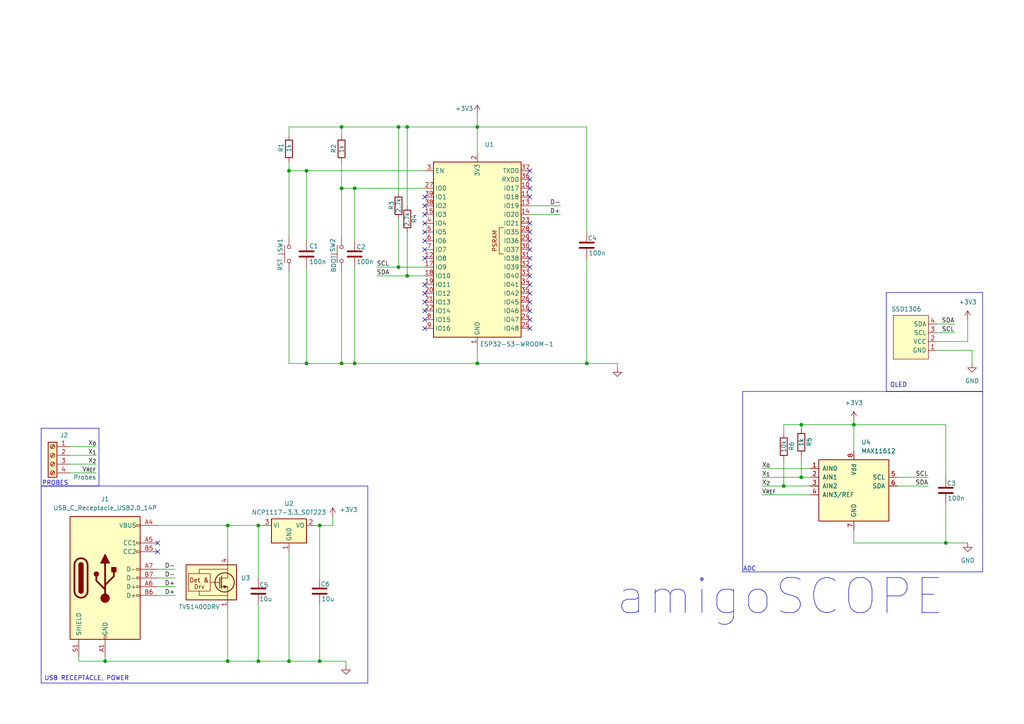
<source format=kicad_sch>
(kicad_sch (version 20250114) (generator "eeschema") (generator_version "9.0")
  (paper "A4")
  (lib_symbols
    (symbol "Analog_ADC:MAX11612" (pin_names (offset 1.016))
      (property "Reference" "U" (at 11.43 -3.81 0))
      (property "Value" "MAX11612" (at 11.43 -6.35 0))
      (symbol "MAX11612_0_1"
        (rectangle (start -10.16 7.62) (end 10.16 -10.16) (stroke (width 0.254)) (fill (type background)))
      )
      (symbol "MAX11612_1_1"
        (pin input line (at -12.7 5.08 0) (length 2.54) (name "AIN0") (number "1"))
        (pin input line (at -12.7 2.54 0) (length 2.54) (name "AIN1") (number "2"))
        (pin input line (at -12.7 0 0) (length 2.54) (name "AIN2") (number "3"))
        (pin input line (at -12.7 -2.54 0) (length 2.54) (name "AIN3/REF") (number "4"))
        (pin power_in line (at 0 10.16 270) (length 2.54) (name "Vdd") (number "8"))
        (pin power_in line (at 0 -12.7 90) (length 2.54) (name "GND") (number "7"))
        (pin input line (at 12.7 2.54 180) (length 2.54) (name "SCL") (number "5"))
        (pin bidirectional line (at 12.7 0 180) (length 2.54) (name "SDA") (number "6"))
      )
    )
    (symbol "Connector:Screw_Terminal_01x04" (pin_names (offset 1.016) (hide yes))
      (property "Reference" "J" (at 0 5.08 0))
      (property "Value" "Screw_Terminal_01x04" (at 0 -7.62 0))
      (symbol "Screw_Terminal_01x04_1_1"
        (rectangle (start -1.27 3.81) (end 1.27 -6.35) (stroke (width 0.254)) (fill (type background)))
        (polyline (pts (xy -0.5334 2.8702) (xy 0.3302 2.032)) (stroke (width 0.1524)))
        (polyline (pts (xy -0.5334 0.3302) (xy 0.3302 -0.508)) (stroke (width 0.1524)))
        (polyline (pts (xy -0.5334 -2.2098) (xy 0.3302 -3.048)) (stroke (width 0.1524)))
        (polyline (pts (xy -0.5334 -4.7498) (xy 0.3302 -5.588)) (stroke (width 0.1524)))
        (polyline (pts (xy -0.3556 3.048) (xy 0.508 2.2098)) (stroke (width 0.1524)))
        (polyline (pts (xy -0.3556 0.508) (xy 0.508 -0.3302)) (stroke (width 0.1524)))
        (polyline (pts (xy -0.3556 -2.032) (xy 0.508 -2.8702)) (stroke (width 0.1524)))
        (polyline (pts (xy -0.3556 -4.572) (xy 0.508 -5.4102)) (stroke (width 0.1524)))
        (circle (center 0 2.54) (radius 0.635) (stroke (width 0.1524)))
        (circle (center 0 0) (radius 0.635) (stroke (width 0.1524)))
        (circle (center 0 -2.54) (radius 0.635) (stroke (width 0.1524)))
        (circle (center 0 -5.08) (radius 0.635) (stroke (width 0.1524)))
        (pin passive line (at -5.08 2.54 0) (length 3.81) (name "Pin_1") (number "1"))
        (pin passive line (at -5.08 0 0) (length 3.81) (name "Pin_2") (number "2"))
        (pin passive line (at -5.08 -2.54 0) (length 3.81) (name "Pin_3") (number "3"))
        (pin passive line (at -5.08 -5.08 0) (length 3.81) (name "Pin_4") (number "4"))
      )
    )
    (symbol "Connector:USB_C_Receptacle_USB2.0_14P" (pin_names (offset 1.016))
      (property "Reference" "J" (at 0 22.225 0))
      (property "Value" "USB_C_Receptacle_USB2.0_14P" (at 0 19.685 0))
      (symbol "USB_C_Receptacle_USB2.0_14P_0_0"
        (rectangle (start -0.254 -17.78) (end 0.254 -16.764))
        (rectangle (start 10.16 15.494) (end 9.144 14.986))
        (rectangle (start 10.16 10.414) (end 9.144 9.906))
        (rectangle (start 10.16 7.874) (end 9.144 7.366))
        (rectangle (start 10.16 2.794) (end 9.144 2.286))
        (rectangle (start 10.16 0.254) (end 9.144 -0.254))
        (rectangle (start 10.16 -2.286) (end 9.144 -2.794))
        (rectangle (start 10.16 -4.826) (end 9.144 -5.334))
      )
      (symbol "USB_C_Receptacle_USB2.0_14P_0_1"
        (rectangle (start -10.16 17.78) (end 10.16 -17.78) (stroke (width 0.254)) (fill (type background)))
        (polyline (pts (xy -8.89 -3.81) (xy -8.89 3.81)) (stroke (width 0.508)))
        (rectangle (start -7.62 -3.81) (end -6.35 3.81) (stroke (width 0.254)) (fill (type outline)))
        (arc (start -7.62 3.81) (mid -6.985 4.4423) (end -6.35 3.81) (stroke (width 0.254)))
        (arc (start -7.62 3.81) (mid -6.985 4.4423) (end -6.35 3.81) (stroke (width 0.254)) (fill (type outline)))
        (arc (start -8.89 3.81) (mid -6.985 5.7067) (end -5.08 3.81) (stroke (width 0.508)))
        (arc (start -5.08 -3.81) (mid -6.985 -5.7067) (end -8.89 -3.81) (stroke (width 0.508)))
        (arc (start -6.35 -3.81) (mid -6.985 -4.4423) (end -7.62 -3.81) (stroke (width 0.254)))
        (arc (start -6.35 -3.81) (mid -6.985 -4.4423) (end -7.62 -3.81) (stroke (width 0.254)) (fill (type outline)))
        (polyline (pts (xy -5.08 3.81) (xy -5.08 -3.81)) (stroke (width 0.508)))
        (circle (center -2.54 1.143) (radius 0.635) (stroke (width 0.254)) (fill (type outline)))
        (polyline (pts (xy -1.27 4.318) (xy 0 6.858) (xy 1.27 4.318) (xy -1.27 4.318)) (stroke (width 0.254)) (fill (type outline)))
        (polyline (pts (xy 0 -2.032) (xy 2.54 0.508) (xy 2.54 1.778)) (stroke (width 0.508)))
        (polyline (pts (xy 0 -3.302) (xy -2.54 -0.762) (xy -2.54 0.508)) (stroke (width 0.508)))
        (polyline (pts (xy 0 -5.842) (xy 0 4.318)) (stroke (width 0.508)))
        (circle (center 0 -5.842) (radius 1.27) (fill (type outline)))
        (rectangle (start 1.905 1.778) (end 3.175 3.048) (stroke (width 0.254)) (fill (type outline)))
      )
      (symbol "USB_C_Receptacle_USB2.0_14P_1_1"
        (pin passive line (at -7.62 -22.86 90) (length 5.08) (name "SHIELD") (number "S1"))
        (pin passive line (at 0 -22.86 90) (length 5.08) (name "GND") (number "A1"))
        (pin passive line (at 0 -22.86 90) (length 5.08) (hide yes) (name "GND") (number "A12"))
        (pin passive line (at 0 -22.86 90) (length 5.08) (hide yes) (name "GND") (number "B1"))
        (pin passive line (at 0 -22.86 90) (length 5.08) (hide yes) (name "GND") (number "B12"))
        (pin passive line (at 15.24 15.24 180) (length 5.08) (name "VBUS") (number "A4"))
        (pin passive line (at 15.24 15.24 180) (length 5.08) (hide yes) (name "VBUS") (number "A9"))
        (pin passive line (at 15.24 15.24 180) (length 5.08) (hide yes) (name "VBUS") (number "B4"))
        (pin passive line (at 15.24 15.24 180) (length 5.08) (hide yes) (name "VBUS") (number "B9"))
        (pin bidirectional line (at 15.24 10.16 180) (length 5.08) (name "CC1") (number "A5"))
        (pin bidirectional line (at 15.24 7.62 180) (length 5.08) (name "CC2") (number "B5"))
        (pin bidirectional line (at 15.24 2.54 180) (length 5.08) (name "D-") (number "A7"))
        (pin bidirectional line (at 15.24 0 180) (length 5.08) (name "D-") (number "B7"))
        (pin bidirectional line (at 15.24 -2.54 180) (length 5.08) (name "D+") (number "A6"))
        (pin bidirectional line (at 15.24 -5.08 180) (length 5.08) (name "D+") (number "B6"))
      )
    )
    (symbol "Device:C" (pin_numbers (hide yes)) (pin_names (offset 0.254))
      (property "Reference" "C" (at 0.635 2.54 0))
      (property "Value" "C" (at 0.635 -2.54 0))
      (symbol "C_0_1"
        (polyline (pts (xy -2.032 0.762) (xy 2.032 0.762)) (stroke (width 0.508)))
        (polyline (pts (xy -2.032 -0.762) (xy 2.032 -0.762)) (stroke (width 0.508)))
      )
      (symbol "C_1_1"
        (pin passive line (at 0 3.81 270) (length 2.794) (name "~") (number "1"))
        (pin passive line (at 0 -3.81 90) (length 2.794) (name "~") (number "2"))
      )
    )
    (symbol "Device:R" (pin_numbers (hide yes)) (pin_names (offset 0))
      (property "Reference" "R" (at 2.032 0 90))
      (property "Value" "R" (at 0 0 90))
      (symbol "R_0_1"
        (rectangle (start -1.016 -2.54) (end 1.016 2.54) (stroke (width 0.254)))
      )
      (symbol "R_1_1"
        (pin passive line (at 0 3.81 270) (length 1.27) (name "~") (number "1"))
        (pin passive line (at 0 -3.81 90) (length 1.27) (name "~") (number "2"))
      )
    )
    (symbol "OLED:OLED"
      (property "Reference" "SSD1306" (at -2.286 -4.064 0))
      (symbol "OLED_1_1"
        (rectangle (start -10.16 10.16) (end 0 -2.54) (fill (type background)))
        (pin power_in line (at 2.54 7.62 180) (length 2.54) (name "GND") (number "1"))
        (pin power_in line (at 2.54 5.08 180) (length 2.54) (name "VCC") (number "2"))
        (pin bidirectional line (at 2.54 2.54 180) (length 2.54) (name "SCL") (number "3"))
        (pin bidirectional line (at 2.54 0 180) (length 2.54) (name "SDA") (number "4"))
      )
    )
    (symbol "Power_Protection:TVS1400DRV" (pin_names (offset 0) (hide yes))
      (property "Reference" "U" (at 2.54 1.27 0))
      (property "Value" "TVS1400DRV" (at 2.54 -1.27 0))
      (symbol "TVS1400DRV_0_0"
        (rectangle (start -11.43 2.54) (end -5.08 -2.54))
        (polyline (pts (xy -8.255 2.54) (xy -8.255 3.81) (xy 0 3.81)))
        (polyline (pts (xy -8.255 -2.54) (xy -8.255 -3.81) (xy 0 -3.81)))
        (polyline (pts (xy 0 1.27) (xy -1.778 1.27)))
        (text "Det &" (at -8.255 0.635 0) (effects (font (size 1.27 1.27))))
        (text "Drv" (at -8.255 -1.27 0) (effects (font (size 1.27 1.27))))
      )
      (symbol "TVS1400DRV_0_1"
        (rectangle (start -12.065 5.08) (end 2.54 -5.08) (stroke (width 0.254)) (fill (type background)))
        (polyline (pts (xy -2.286 1.397) (xy -2.286 -1.524)) (stroke (width 0.254)))
        (polyline (pts (xy -2.286 0) (xy -5.08 0)))
        (polyline (pts (xy -1.778 1.778) (xy -1.778 -1.778)) (stroke (width 0.254)))
        (circle (center -0.889 0) (radius 2.794) (stroke (width 0.254)))
        (polyline (pts (xy -0.127 -1.27) (xy -1.143 -1.651) (xy -1.143 -0.889) (xy -0.127 -1.27)) (fill (type outline)))
        (polyline (pts (xy 0 5.08) (xy 0 2.54)))
        (polyline (pts (xy 0 2.54) (xy 0 1.27)))
        (polyline (pts (xy 0 -2.54) (xy 0 -5.08)))
        (polyline (pts (xy 0 -2.54) (xy 0 -1.27) (xy -1.778 -1.27)))
      )
      (symbol "TVS1400DRV_1_1"
        (pin passive line (at 0 7.62 270) (length 2.54) (name "IN") (number "4"))
        (pin passive line (at 0 7.62 270) (length 2.54) (hide yes) (name "IN") (number "5"))
        (pin passive line (at 0 7.62 270) (length 2.54) (hide yes) (name "IN") (number "6"))
        (pin power_in line (at 0 -7.62 90) (length 2.54) (name "GND") (number "1"))
        (pin passive line (at 0 -7.62 90) (length 2.54) (hide yes) (name "GND") (number "2"))
        (pin passive line (at 0 -7.62 90) (length 2.54) (hide yes) (name "GND") (number "3"))
        (pin passive line (at 0 -7.62 90) (length 2.54) (hide yes) (name "GND") (number "7"))
      )
    )
    (symbol "RF_Module:ESP32-S3-WROOM-1"
      (property "Reference" "U" (at -12.7 26.67 0))
      (property "Value" "ESP32-S3-WROOM-1" (at 12.7 26.67 0))
      (symbol "ESP32-S3-WROOM-1_0_0"
        (rectangle (start -12.7 25.4) (end 12.7 -25.4) (stroke (width 0.254)) (fill (type background)))
        (text "PSRAM" (at 5.08 2.54 900) (effects (font (size 1.27 1.27))))
      )
      (symbol "ESP32-S3-WROOM-1_0_1"
        (polyline (pts (xy 7.62 -1.27) (xy 6.35 -1.27) (xy 6.35 6.35) (xy 7.62 6.35)))
      )
      (symbol "ESP32-S3-WROOM-1_1_1"
        (pin input line (at -15.24 22.86 0) (length 2.54) (name "EN") (number "3"))
        (pin bidirectional line (at -15.24 17.78 0) (length 2.54) (name "IO0") (number "27"))
        (pin bidirectional line (at -15.24 15.24 0) (length 2.54) (name "IO1") (number "39"))
        (pin bidirectional line (at -15.24 12.7 0) (length 2.54) (name "IO2") (number "38"))
        (pin bidirectional line (at -15.24 10.16 0) (length 2.54) (name "IO3") (number "15"))
        (pin bidirectional line (at -15.24 7.62 0) (length 2.54) (name "IO4") (number "4"))
        (pin bidirectional line (at -15.24 5.08 0) (length 2.54) (name "IO5") (number "5"))
        (pin bidirectional line (at -15.24 2.54 0) (length 2.54) (name "IO6") (number "6"))
        (pin bidirectional line (at -15.24 0 0) (length 2.54) (name "IO7") (number "7"))
        (pin bidirectional line (at -15.24 -2.54 0) (length 2.54) (name "IO8") (number "12"))
        (pin bidirectional line (at -15.24 -5.08 0) (length 2.54) (name "IO9") (number "17"))
        (pin bidirectional line (at -15.24 -7.62 0) (length 2.54) (name "IO10") (number "18"))
        (pin bidirectional line (at -15.24 -10.16 0) (length 2.54) (name "IO11") (number "19"))
        (pin bidirectional line (at -15.24 -12.7 0) (length 2.54) (name "IO12") (number "20"))
        (pin bidirectional line (at -15.24 -15.24 0) (length 2.54) (name "IO13") (number "21"))
        (pin bidirectional line (at -15.24 -17.78 0) (length 2.54) (name "IO14") (number "22"))
        (pin bidirectional line (at -15.24 -20.32 0) (length 2.54) (name "IO15") (number "8"))
        (pin bidirectional line (at -15.24 -22.86 0) (length 2.54) (name "IO16") (number "9"))
        (pin power_in line (at 0 27.94 270) (length 2.54) (name "3V3") (number "2"))
        (pin power_in line (at 0 -27.94 90) (length 2.54) (name "GND") (number "1"))
        (pin passive line (at 0 -27.94 90) (length 2.54) (hide yes) (name "GND") (number "40"))
        (pin passive line (at 0 -27.94 90) (length 2.54) (hide yes) (name "GND") (number "41"))
        (pin bidirectional line (at 15.24 22.86 180) (length 2.54) (name "TXD0") (number "37"))
        (pin bidirectional line (at 15.24 20.32 180) (length 2.54) (name "RXD0") (number "36"))
        (pin bidirectional line (at 15.24 17.78 180) (length 2.54) (name "IO17") (number "10"))
        (pin bidirectional line (at 15.24 15.24 180) (length 2.54) (name "IO18") (number "11"))
        (pin bidirectional line (at 15.24 12.7 180) (length 2.54) (name "IO19") (number "13"))
        (pin bidirectional line (at 15.24 10.16 180) (length 2.54) (name "IO20") (number "14"))
        (pin bidirectional line (at 15.24 7.62 180) (length 2.54) (name "IO21") (number "23"))
        (pin bidirectional line (at 15.24 5.08 180) (length 2.54) (name "IO35") (number "28"))
        (pin bidirectional line (at 15.24 2.54 180) (length 2.54) (name "IO36") (number "29"))
        (pin bidirectional line (at 15.24 0 180) (length 2.54) (name "IO37") (number "30"))
        (pin bidirectional line (at 15.24 -2.54 180) (length 2.54) (name "IO38") (number "31"))
        (pin bidirectional line (at 15.24 -5.08 180) (length 2.54) (name "IO39") (number "32"))
        (pin bidirectional line (at 15.24 -7.62 180) (length 2.54) (name "IO40") (number "33"))
        (pin bidirectional line (at 15.24 -10.16 180) (length 2.54) (name "IO41") (number "34"))
        (pin bidirectional line (at 15.24 -12.7 180) (length 2.54) (name "IO42") (number "35"))
        (pin bidirectional line (at 15.24 -15.24 180) (length 2.54) (name "IO45") (number "26"))
        (pin bidirectional line (at 15.24 -17.78 180) (length 2.54) (name "IO46") (number "16"))
        (pin bidirectional line (at 15.24 -20.32 180) (length 2.54) (name "IO47") (number "24"))
        (pin bidirectional line (at 15.24 -22.86 180) (length 2.54) (name "IO48") (number "25"))
      )
    )
    (symbol "Regulator_Linear:NCP1117-3.3_SOT223"
      (property "Reference" "U" (at -3.81 3.175 0))
      (property "Value" "NCP1117-3.3_SOT223" (at 0 3.175 0))
      (symbol "NCP1117-3.3_SOT223_0_1"
        (rectangle (start -5.08 -5.08) (end 5.08 1.905) (stroke (width 0.254)) (fill (type background)))
      )
      (symbol "NCP1117-3.3_SOT223_1_1"
        (pin power_in line (at -7.62 0 0) (length 2.54) (name "VI") (number "3"))
        (pin power_in line (at 0 -7.62 90) (length 2.54) (name "GND") (number "1"))
        (pin power_out line (at 7.62 0 180) (length 2.54) (name "VO") (number "2"))
      )
    )
    (symbol "Switch:SW_Push" (pin_numbers (hide yes)) (pin_names (offset 1.016) (hide yes))
      (property "Reference" "SW" (at 1.27 2.54 0))
      (property "Value" "SW_Push" (at 0 -1.524 0))
      (symbol "SW_Push_0_1"
        (circle (center -2.032 0) (radius 0.508))
        (polyline (pts (xy 0 1.27) (xy 0 3.048)))
        (circle (center 2.032 0) (radius 0.508))
        (polyline (pts (xy 2.54 1.27) (xy -2.54 1.27)))
        (pin passive line (at -5.08 0 0) (length 2.54) (name "1") (number "1"))
        (pin passive line (at 5.08 0 180) (length 2.54) (name "2") (number "2"))
      )
    )
    (symbol "power:+3V3" (power) (pin_names (offset 0))
      (property "Value" "+3V3" (at 0 3.556 0))
      (symbol "+3V3_0_1"
        (polyline (pts (xy -0.762 1.27) (xy 0 2.54)))
        (polyline (pts (xy 0 2.54) (xy 0.762 1.27)))
        (polyline (pts (xy 0 0) (xy 0 2.54)))
      )
      (symbol "+3V3_1_1"
        (pin power_in line (at 0 0 90) (length 0) (hide yes) (name "+3V3") (number "1"))
      )
    )
    (symbol "power:GND" (power) (pin_names (offset 0))
      (property "Value" "GND" (at 0 -3.81 0))
      (symbol "GND_0_1"
        (polyline (pts (xy 0 0) (xy 0 -1.27) (xy 1.27 -1.27) (xy 0 -2.54) (xy -1.27 -1.27) (xy 0 -1.27)))
      )
      (symbol "GND_1_1"
        (pin power_in line (at 0 0 270) (length 0) (hide yes) (name "GND") (number "1"))
      )
    )
  )
  (rectangle (start 11.938 124.206) (end 28.702 140.97))
  (rectangle (start 11.938 140.97) (end 106.68 198.12))
  (rectangle (start 257.048 84.836) (end 284.988 113.538))
  (rectangle (start 215.392 113.538) (end 284.988 165.862))
  (text "amigoSCOPE" (at 226.314 173.228 0) (effects (font (size 10.16 10.16))))
  (text "PROBES\n" (at 16.002 140.208 0) (effects (font (size 1.27 1.27))))
  (text "ADC\n" (at 217.424 165.1 0) (effects (font (size 1.27 1.27))))
  (text "USB RECEPTACLE, POWER\n\n" (at 25.146 197.866 0) (effects (font (size 1.27 1.27))))
  (text "OLED\n" (at 260.604 111.76 0) (effects (font (size 1.27 1.27))))
  (junction (at 88.9 105.41))
  (junction (at 170.18 105.41))
  (junction (at 138.43 36.83))
  (junction (at 227.33 140.97))
  (junction (at 66.04 152.4))
  (junction (at 232.41 138.43))
  (junction (at 99.06 105.41))
  (junction (at 247.65 123.19))
  (junction (at 92.71 152.4))
  (junction (at 83.82 191.77))
  (junction (at 274.32 157.48))
  (junction (at 118.11 36.83))
  (junction (at 232.41 123.19))
  (junction (at 30.48 191.77))
  (junction (at 102.87 54.61))
  (junction (at 74.93 191.77))
  (junction (at 118.11 80.01))
  (junction (at 138.43 105.41))
  (junction (at 115.57 77.47))
  (junction (at 102.87 105.41))
  (junction (at 66.04 191.77))
  (junction (at 115.57 36.83))
  (junction (at 92.71 191.77))
  (junction (at 74.93 152.4))
  (junction (at 88.9 49.53))
  (junction (at 99.06 54.61))
  (junction (at 99.06 36.83))
  (junction (at 83.82 49.53))
  (no_connect (at 153.67 54.61))
  (no_connect (at 153.67 67.31))
  (no_connect (at 153.67 72.39))
  (no_connect (at 153.67 52.07))
  (no_connect (at 153.67 82.55))
  (no_connect (at 153.67 85.09))
  (no_connect (at 123.19 74.93))
  (no_connect (at 153.67 80.01))
  (no_connect (at 45.72 157.48))
  (no_connect (at 123.19 67.31))
  (no_connect (at 123.19 64.77))
  (no_connect (at 45.72 160.02))
  (no_connect (at 153.67 64.77))
  (no_connect (at 123.19 87.63))
  (no_connect (at 153.67 92.71))
  (no_connect (at 123.19 92.71))
  (no_connect (at 153.67 74.93))
  (no_connect (at 153.67 95.25))
  (no_connect (at 153.67 49.53))
  (no_connect (at 123.19 62.23))
  (no_connect (at 123.19 59.69))
  (no_connect (at 153.67 87.63))
  (no_connect (at 153.67 57.15))
  (no_connect (at 123.19 57.15))
  (no_connect (at 153.67 69.85))
  (no_connect (at 123.19 95.25))
  (no_connect (at 123.19 69.85))
  (no_connect (at 153.67 90.17))
  (no_connect (at 123.19 82.55))
  (no_connect (at 153.67 77.47))
  (no_connect (at 123.19 85.09))
  (no_connect (at 123.19 72.39))
  (no_connect (at 123.19 90.17))
  (wire (pts (xy 83.82 160.02) (xy 83.82 191.77)))
  (wire (pts (xy 88.9 69.85) (xy 88.9 49.53)))
  (wire (pts (xy 232.41 138.43) (xy 234.95 138.43)))
  (wire (pts (xy 271.78 96.52) (xy 276.86 96.52)))
  (wire (pts (xy 232.41 123.19) (xy 247.65 123.19)))
  (wire (pts (xy 232.41 124.46) (xy 232.41 123.19)))
  (wire (pts (xy 45.72 167.64) (xy 50.8 167.64)))
  (wire (pts (xy 66.04 176.53) (xy 66.04 191.77)))
  (wire (pts (xy 99.06 36.83) (xy 115.57 36.83)))
  (wire (pts (xy 22.86 190.5) (xy 22.86 191.77)))
  (wire (pts (xy 274.32 157.48) (xy 280.67 157.48)))
  (wire (pts (xy 99.06 36.83) (xy 99.06 39.37)))
  (wire (pts (xy 88.9 105.41) (xy 99.06 105.41)))
  (wire (pts (xy 118.11 80.01) (xy 123.19 80.01)))
  (wire (pts (xy 76.2 152.4) (xy 74.93 152.4)))
  (wire (pts (xy 260.35 138.43) (xy 269.24 138.43)))
  (wire (pts (xy 220.98 138.43) (xy 232.41 138.43)))
  (wire (pts (xy 115.57 36.83) (xy 115.57 55.88)))
  (wire (pts (xy 109.22 77.47) (xy 115.57 77.47)))
  (wire (pts (xy 227.33 123.19) (xy 232.41 123.19)))
  (wire (pts (xy 22.86 191.77) (xy 30.48 191.77)))
  (wire (pts (xy 138.43 33.02) (xy 138.43 36.83)))
  (wire (pts (xy 118.11 67.31) (xy 118.11 80.01)))
  (wire (pts (xy 74.93 175.26) (xy 74.93 191.77)))
  (wire (pts (xy 30.48 191.77) (xy 66.04 191.77)))
  (wire (pts (xy 66.04 191.77) (xy 74.93 191.77)))
  (wire (pts (xy 115.57 63.5) (xy 115.57 77.47)))
  (wire (pts (xy 45.72 172.72) (xy 50.8 172.72)))
  (wire (pts (xy 138.43 36.83) (xy 170.18 36.83)))
  (wire (pts (xy 99.06 105.41) (xy 102.87 105.41)))
  (wire (pts (xy 138.43 105.41) (xy 170.18 105.41)))
  (wire (pts (xy 170.18 74.93) (xy 170.18 105.41)))
  (wire (pts (xy 102.87 77.47) (xy 102.87 105.41)))
  (wire (pts (xy 138.43 100.33) (xy 138.43 105.41)))
  (wire (pts (xy 45.72 165.1) (xy 50.8 165.1)))
  (wire (pts (xy 179.07 105.41) (xy 179.07 106.68)))
  (wire (pts (xy 99.06 54.61) (xy 102.87 54.61)))
  (wire (pts (xy 45.72 170.18) (xy 50.8 170.18)))
  (wire (pts (xy 83.82 68.58) (xy 83.82 49.53)))
  (wire (pts (xy 74.93 152.4) (xy 74.93 167.64)))
  (wire (pts (xy 247.65 157.48) (xy 274.32 157.48)))
  (wire (pts (xy 83.82 39.37) (xy 83.82 36.83)))
  (wire (pts (xy 153.67 62.23) (xy 162.56 62.23)))
  (wire (pts (xy 227.33 125.73) (xy 227.33 123.19)))
  (wire (pts (xy 170.18 105.41) (xy 179.07 105.41)))
  (wire (pts (xy 115.57 36.83) (xy 118.11 36.83)))
  (wire (pts (xy 27.94 129.54) (xy 20.32 129.54)))
  (wire (pts (xy 83.82 78.74) (xy 83.82 105.41)))
  (wire (pts (xy 96.52 149.86) (xy 96.52 152.4)))
  (wire (pts (xy 153.67 59.69) (xy 162.56 59.69)))
  (wire (pts (xy 118.11 36.83) (xy 138.43 36.83)))
  (wire (pts (xy 247.65 123.19) (xy 274.32 123.19)))
  (wire (pts (xy 247.65 121.92) (xy 247.65 123.19)))
  (wire (pts (xy 247.65 157.48) (xy 247.65 153.67)))
  (wire (pts (xy 102.87 69.85) (xy 102.87 54.61)))
  (wire (pts (xy 83.82 46.99) (xy 83.82 49.53)))
  (wire (pts (xy 83.82 36.83) (xy 99.06 36.83)))
  (wire (pts (xy 271.78 101.6) (xy 281.94 101.6)))
  (wire (pts (xy 115.57 77.47) (xy 123.19 77.47)))
  (wire (pts (xy 66.04 152.4) (xy 66.04 161.29)))
  (wire (pts (xy 280.67 92.71) (xy 280.67 99.06)))
  (wire (pts (xy 83.82 49.53) (xy 88.9 49.53)))
  (wire (pts (xy 220.98 135.89) (xy 234.95 135.89)))
  (wire (pts (xy 247.65 123.19) (xy 247.65 130.81)))
  (wire (pts (xy 220.98 143.51) (xy 234.95 143.51)))
  (wire (pts (xy 138.43 36.83) (xy 138.43 44.45)))
  (wire (pts (xy 92.71 175.26) (xy 92.71 191.77)))
  (wire (pts (xy 74.93 191.77) (xy 83.82 191.77)))
  (wire (pts (xy 27.94 137.16) (xy 20.32 137.16)))
  (wire (pts (xy 109.22 80.01) (xy 118.11 80.01)))
  (wire (pts (xy 92.71 152.4) (xy 91.44 152.4)))
  (wire (pts (xy 260.35 140.97) (xy 269.24 140.97)))
  (wire (pts (xy 281.94 101.6) (xy 281.94 105.41)))
  (wire (pts (xy 99.06 78.74) (xy 99.06 105.41)))
  (wire (pts (xy 30.48 191.77) (xy 30.48 190.5)))
  (wire (pts (xy 102.87 54.61) (xy 123.19 54.61)))
  (wire (pts (xy 92.71 152.4) (xy 92.71 167.64)))
  (wire (pts (xy 74.93 152.4) (xy 66.04 152.4)))
  (wire (pts (xy 83.82 105.41) (xy 88.9 105.41)))
  (wire (pts (xy 100.33 191.77) (xy 100.33 193.04)))
  (wire (pts (xy 96.52 152.4) (xy 92.71 152.4)))
  (wire (pts (xy 27.94 134.62) (xy 20.32 134.62)))
  (wire (pts (xy 274.32 123.19) (xy 274.32 138.43)))
  (wire (pts (xy 227.33 140.97) (xy 234.95 140.97)))
  (wire (pts (xy 227.33 133.35) (xy 227.33 140.97)))
  (wire (pts (xy 99.06 54.61) (xy 99.06 68.58)))
  (wire (pts (xy 274.32 146.05) (xy 274.32 157.48)))
  (wire (pts (xy 118.11 36.83) (xy 118.11 59.69)))
  (wire (pts (xy 27.94 132.08) (xy 20.32 132.08)))
  (wire (pts (xy 88.9 49.53) (xy 123.19 49.53)))
  (wire (pts (xy 102.87 105.41) (xy 138.43 105.41)))
  (wire (pts (xy 170.18 36.83) (xy 170.18 67.31)))
  (wire (pts (xy 99.06 46.99) (xy 99.06 54.61)))
  (wire (pts (xy 280.67 99.06) (xy 271.78 99.06)))
  (wire (pts (xy 88.9 77.47) (xy 88.9 105.41)))
  (wire (pts (xy 232.41 132.08) (xy 232.41 138.43)))
  (wire (pts (xy 271.78 93.98) (xy 276.86 93.98)))
  (wire (pts (xy 220.98 140.97) (xy 227.33 140.97)))
  (wire (pts (xy 92.71 191.77) (xy 100.33 191.77)))
  (wire (pts (xy 83.82 191.77) (xy 92.71 191.77)))
  (wire (pts (xy 45.72 152.4) (xy 66.04 152.4)))
  (label "SDA" (at 276.86 93.98 180))
  (label "SCL" (at 109.22 77.47 0))
  (label "X_{1}" (at 27.94 132.08 180))
  (label "D-" (at 50.8 167.64 180))
  (label "D-" (at 50.8 165.1 180))
  (label "D+" (at 50.8 170.18 180))
  (label "V_{REF}" (at 220.98 143.51 0))
  (label "X_{0}" (at 220.98 135.89 0))
  (label "V_{REF}" (at 27.94 137.16 180))
  (label "D+" (at 50.8 172.72 180))
  (label "X_{1}" (at 220.98 138.43 0))
  (label "X_{2}" (at 27.94 134.62 180))
  (label "SDA" (at 109.22 80.01 0))
  (label "SCL" (at 276.86 96.52 180))
  (label "X_{2}" (at 220.98 140.97 0))
  (label "D-" (at 162.56 59.69 180))
  (label "SCL" (at 269.24 138.43 180))
  (label "SDA" (at 269.24 140.97 180))
  (label "D+" (at 162.56 62.23 180))
  (label "X_{0}" (at 27.94 129.54 180))
  (symbol (lib_id "Device:R") (at 115.57 59.69 0) (unit 1)
    (property "Reference" "R3" (at 113.538 60.96 90) (effects (justify left)))
    (property "Value" "2.7k" (at 115.57 61.722 90) (effects (justify left)))
    (property "Footprint" "Resistor_SMD:R_0603_1608Metric" (effects (hide yes)))
    (property "Description" "Resistor" (effects (hide yes)))
  )
  (symbol (lib_id "Device:C") (at 88.9 73.66 0) (unit 1)
    (property "Reference" "C1" (at 89.662 71.374 0) (effects (justify left)))
    (property "Value" "100n" (at 89.662 75.946 0) (effects (justify left)))
    (property "Footprint" "Capacitor_SMD:C_0805_2012Metric" (effects (hide yes)))
    (property "Description" "Unpolarized capacitor" (effects (hide yes)))
  )
  (symbol (lib_id "Device:R") (at 99.06 43.18 0) (unit 1)
    (property "Reference" "R2" (at 96.774 44.45 90) (effects (justify left)))
    (property "Value" "1k" (at 99.06 44.45 90) (effects (justify left)))
    (property "Footprint" "Resistor_SMD:R_0603_1608Metric" (effects (hide yes)))
    (property "Description" "Resistor" (effects (hide yes)))
  )
  (symbol (lib_id "Device:C") (at 274.32 142.24 0) (unit 1)
    (property "Reference" "C3" (at 274.574 140.208 0) (effects (justify left)))
    (property "Value" "100n" (at 274.828 144.526 0) (effects (justify left)))
    (property "Footprint" "Capacitor_SMD:C_0805_2012Metric" (effects (hide yes)))
    (property "Description" "Unpolarized capacitor" (effects (hide yes)))
  )
  (symbol (lib_id "Switch:SW_Push") (at 83.82 73.66 90) (unit 1)
    (property "Reference" "SW1" (at 81.28 69.088 0) (effects (justify right)))
    (property "Value" "RST" (at 81.28 74.93 0) (effects (justify right)))
    (property "Footprint" "Button_Switch_SMD:SW_Push_1P1T_NO_CK_KMR2" (effects (hide yes)))
    (property "Description" "Push button switch, generic, two pins" (effects (hide yes)))
  )
  (symbol (lib_id "power:+3V3") (at 96.52 149.86 0) (unit 1)
    (property "Reference" "#PWR04" (effects (hide yes)))
    (property "Value" "+3V3" (at 101.092 147.828 0))
    (property "Description" "Power symbol creates a global label with name \"+3V3\"" (effects (hide yes)))
  )
  (symbol (lib_id "Connector:USB_C_Receptacle_USB2.0_14P") (at 30.48 167.64 0) (unit 1)
    (property "Reference" "J1" (at 30.48 144.78 0))
    (property "Value" "USB_C_Receptacle_USB2.0_14P" (at 30.48 147.32 0))
    (property "Footprint" "Connector_USB:USB_C_Receptacle_GCT_USB4105-xx-A_16P_TopMnt_Horizontal" (effects (hide yes)))
    (property "Datasheet" "https://www.usb.org/sites/default/files/documents/usb_type-c.zip" (effects (hide yes)))
    (property "Description" "USB 2.0-only 14P Type-C Receptacle connector" (effects (hide yes)))
  )
  (symbol (lib_id "Device:C") (at 170.18 71.12 0) (unit 1)
    (property "Reference" "C4" (at 170.434 69.088 0) (effects (justify left)))
    (property "Value" "100n" (at 170.688 73.406 0) (effects (justify left)))
    (property "Footprint" "Capacitor_SMD:C_0805_2012Metric" (effects (hide yes)))
    (property "Description" "Unpolarized capacitor" (effects (hide yes)))
  )
  (symbol (lib_id "Device:R") (at 227.33 129.54 0) (unit 1)
    (property "Reference" "R6" (at 229.616 130.81 90) (effects (justify left)))
    (property "Value" "10k" (at 227.33 131.318 90) (effects (justify left)))
    (property "Footprint" "Resistor_SMD:R_0603_1608Metric" (effects (hide yes)))
    (property "Description" "Resistor" (effects (hide yes)))
  )
  (symbol (lib_id "Device:R") (at 83.82 43.18 0) (unit 1)
    (property "Reference" "R1" (at 81.534 44.196 90) (effects (justify left)))
    (property "Value" "1k" (at 83.82 44.196 90) (effects (justify left)))
    (property "Footprint" "Resistor_SMD:R_0603_1608Metric" (effects (hide yes)))
    (property "Description" "Resistor" (effects (hide yes)))
  )
  (symbol (lib_id "power:+3V3") (at 138.43 33.02 0) (unit 1)
    (property "Reference" "#PWR02" (effects (hide yes)))
    (property "Value" "+3V3" (at 134.62 31.496 0))
    (property "Description" "Power symbol creates a global label with name \"+3V3\"" (effects (hide yes)))
  )
  (symbol (lib_id "Device:R") (at 118.11 63.5 0) (unit 1)
    (property "Reference" "R4" (at 120.142 64.77 90) (effects (justify left)))
    (property "Value" "2.7k" (at 118.11 65.786 90) (effects (justify left)))
    (property "Footprint" "Resistor_SMD:R_0603_1608Metric" (effects (hide yes)))
    (property "Description" "Resistor" (effects (hide yes)))
  )
  (symbol (lib_id "power:GND") (at 281.94 105.41 0) (unit 1)
    (property "Reference" "#PWR05" (effects (hide yes)))
    (property "Value" "GND" (at 281.94 110.49 0))
    (property "Description" "Power symbol creates a global label with name \"GND\" , ground" (effects (hide yes)))
  )
  (symbol (lib_id "power:+3V3") (at 247.65 121.92 0) (unit 1)
    (property "Reference" "#PWR08" (effects (hide yes)))
    (property "Value" "+3V3" (at 247.65 116.84 0))
    (property "Description" "Power symbol creates a global label with name \"+3V3\"" (effects (hide yes)))
  )
  (symbol (lib_id "Device:C") (at 102.87 73.66 0) (unit 1)
    (property "Reference" "C2" (at 103.378 71.628 0) (effects (justify left)))
    (property "Value" "100n" (at 103.378 75.946 0) (effects (justify left)))
    (property "Footprint" "Capacitor_SMD:C_0805_2012Metric" (effects (hide yes)))
    (property "Description" "Unpolarized capacitor" (effects (hide yes)))
  )
  (symbol (lib_id "Analog_ADC:MAX11612") (at 247.65 140.97 0) (unit 1)
    (property "Reference" "U4" (at 249.7933 128.27 0) (effects (justify left)))
    (property "Value" "MAX11612" (at 249.7933 130.81 0) (effects (justify left)))
    (property "Footprint" "Package_SO:MSOP-8_3x3mm_P0.65mm" (effects (hide yes)))
    (property "Datasheet" "https://datasheets.maximintegrated.com/en/ds/MAX11612-MAX11617.pdf" (effects (hide yes)))
    (property "Description" "4-channel single-ended or 2-channel, differential, 12-bit ADC, I2C, 4.096V internal reference, 8-MSOP package" (effects (hide yes)))
  )
  (symbol (lib_id "Power_Protection:TVS1400DRV") (at 66.04 168.91 0) (unit 1)
    (property "Reference" "U3" (at 69.85 167.6399 0) (effects (justify left)))
    (property "Value" "TVS1400DRV" (at 51.816 176.022 0) (effects (justify left)))
    (property "Footprint" "Package_SON:WSON-6-1EP_2x2mm_P0.65mm_EP1x1.6mm" (effects (hide yes)))
    (property "Datasheet" "http://www.ti.com/lit/ds/symlink/tvs1400.pdf" (effects (hide yes)))
    (property "Description" "Flat-Clamp Surge Protection Device. 14Vrwm, WSON-6" (effects (hide yes)))
  )
  (symbol (lib_id "Device:C") (at 92.71 171.45 0) (unit 1)
    (property "Reference" "C6" (at 92.964 169.418 0) (effects (justify left)))
    (property "Value" "10u" (at 93.218 173.736 0) (effects (justify left)))
    (property "Footprint" "Capacitor_SMD:C_0805_2012Metric" (effects (hide yes)))
    (property "Description" "Unpolarized capacitor" (effects (hide yes)))
  )
  (symbol (lib_id "power:GND") (at 179.07 106.68 0) (unit 1)
    (property "Reference" "#PWR01" (effects (hide yes)))
    (property "Value" "GND" (effects (hide yes)))
    (property "Description" "Power symbol creates a global label with name \"GND\" , ground" (effects (hide yes)))
  )
  (symbol (lib_id "Switch:SW_Push") (at 99.06 73.66 90) (unit 1)
    (property "Reference" "SW2" (at 96.52 69.088 0) (effects (justify right)))
    (property "Value" "BOOT" (at 96.774 73.914 0) (effects (justify right)))
    (property "Footprint" "Button_Switch_SMD:SW_Push_1P1T_NO_CK_KMR2" (effects (hide yes)))
    (property "Description" "Push button switch, generic, two pins" (effects (hide yes)))
  )
  (symbol (lib_id "power:GND") (at 100.33 193.04 0) (unit 1)
    (property "Reference" "#PWR03" (effects (hide yes)))
    (property "Value" "GND" (effects (hide yes)))
    (property "Description" "Power symbol creates a global label with name \"GND\" , ground" (effects (hide yes)))
  )
  (symbol (lib_id "OLED:OLED") (at 269.24 93.98 0) (mirror x) (unit 1)
    (property "Reference" "SSD1306" (at 262.89 89.662 0))
    (property "Footprint" "Connector_PinSocket_2.54mm:PinSocket_1x04_P2.54mm_Vertical" (effects (hide yes)))
  )
  (symbol (lib_id "Regulator_Linear:NCP1117-3.3_SOT223") (at 83.82 152.4 0) (unit 1)
    (property "Reference" "U2" (at 83.82 146.05 0))
    (property "Value" "NCP1117-3.3_SOT223" (at 83.82 148.59 0))
    (property "Footprint" "Package_TO_SOT_SMD:SOT-223-3_TabPin2" (effects (hide yes)))
    (property "Datasheet" "http://www.onsemi.com/pub_link/Collateral/NCP1117-D.PDF" (effects (hide yes)))
    (property "Description" "1A Low drop-out regulator, Fixed Output 3.3V, SOT-223" (effects (hide yes)))
  )
  (symbol (lib_id "RF_Module:ESP32-S3-WROOM-1") (at 138.43 72.39 0) (unit 1)
    (property "Reference" "U1" (at 140.5733 41.91 0) (effects (justify left)))
    (property "Value" "ESP32-S3-WROOM-1" (at 139.192 99.822 0) (effects (justify left)))
    (property "Footprint" "RF_Module:ESP32-S3-WROOM-1" (effects (hide yes)))
    (property "Datasheet" "https://www.espressif.com/sites/default/files/documentation/esp32-s3-wroom-1_wroom-1u_datasheet_en.pdf" (effects (hide yes)))
    (property "Description" "RF Module, ESP32-S3 SoC, Wi-Fi 802.11b/g/n, Bluetooth, BLE, 32-bit, 3.3V, onboard antenna, SMD" (effects (hide yes)))
  )
  (symbol (lib_id "power:+3V3") (at 280.67 92.71 0) (unit 1)
    (property "Reference" "#PWR06" (effects (hide yes)))
    (property "Value" "+3V3" (at 280.67 87.63 0))
    (property "Description" "Power symbol creates a global label with name \"+3V3\"" (effects (hide yes)))
  )
  (symbol (lib_id "power:GND") (at 280.67 157.48 0) (unit 1)
    (property "Reference" "#PWR07" (effects (hide yes)))
    (property "Value" "GND" (at 280.67 162.56 0))
    (property "Description" "Power symbol creates a global label with name \"GND\" , ground" (effects (hide yes)))
  )
  (symbol (lib_id "Connector:Screw_Terminal_01x04") (at 15.24 132.08 0) (mirror y) (unit 1)
    (property "Reference" "J2" (at 19.812 126.238 0) (effects (justify left)))
    (property "Value" "Probes" (at 27.94 138.43 0) (effects (justify left)))
    (property "Footprint" "TerminalBlock_Phoenix:TerminalBlock_Phoenix_PT-1,5-4-3.5-H_1x04_P3.50mm_Horizontal" (effects (hide yes)))
    (property "Description" "Generic screw terminal, single row, 01x04, script generated (kicad-library-utils/schlib/autogen/connector/)" (effects (hide yes)))
  )
  (symbol (lib_id "Device:R") (at 232.41 128.27 0) (unit 1)
    (property "Reference" "R5" (at 234.696 129.54 90) (effects (justify left)))
    (property "Value" "1k" (at 232.41 129.54 90) (effects (justify left)))
    (property "Footprint" "Resistor_SMD:R_0603_1608Metric" (effects (hide yes)))
    (property "Description" "Resistor" (effects (hide yes)))
  )
  (symbol (lib_id "Device:C") (at 74.93 171.45 0) (unit 1)
    (property "Reference" "C5" (at 75.184 169.672 0) (effects (justify left)))
    (property "Value" "10u" (at 75.184 173.736 0) (effects (justify left)))
    (property "Footprint" "Capacitor_SMD:C_0805_2012Metric" (effects (hide yes)))
    (property "Description" "Unpolarized capacitor" (effects (hide yes)))
  )
)
</source>
